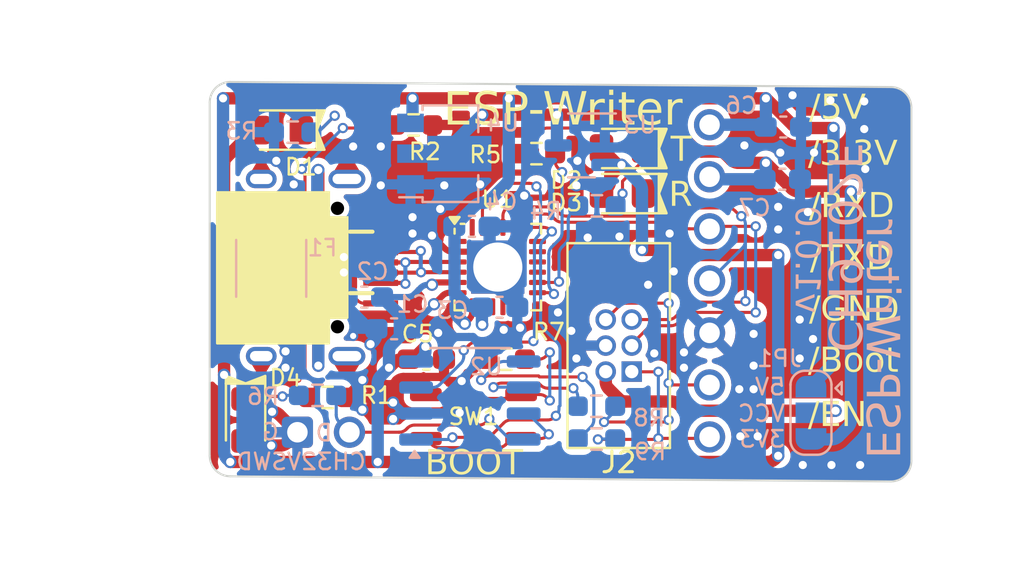
<source format=kicad_pcb>
(kicad_pcb (version 20240108) (generator "pcbnew") (generator_version "8.0")
  (title_block (title "ESP-Write-CH9102F") (rev "1.0.0") (company "Atsushi Morimoto(@74th)"))
  (layers (0 "F.Cu" signal) (31 "B.Cu" signal) (34 "B.Paste" user) (35 "F.Paste" user) (36 "B.SilkS" user "B.Silkscreen") (37 "F.SilkS" user "F.Silkscreen") (38 "B.Mask" user) (39 "F.Mask" user) (44 "Edge.Cuts" user))
  (net 0 "")
  (net 1 "GND")
  (net 2 "VDD")
  (net 3 "+5V")
  (net 4 "+3V3")
  (net 5 "/ESP_EN")
  (net 6 "/USB_RXD")
  (net 7 "/USB_TXD")
  (net 8 "/ESP_BOOT")
  (net 9 "/SWDIO")
  (net 10 "Net-(D1-K)")
  (net 11 "Net-(D2-K)")
  (net 12 "Net-(D3-K)")
  (net 13 "Net-(D4-K)")
  (net 14 "Net-(J1-VBUS)")
  (net 15 "/D+")
  (net 16 "/D-")
  (net 17 "Net-(J1-CC1)")
  (net 18 "Net-(J1-CC2)")
  (net 19 "Net-(U1-TXS{slash}GPIO0)")
  (net 20 "Net-(U1-RXS{slash}GPIO1)")
  (net 21 "Net-(R7-Pad1)")
  (net 22 "Net-(U2-PC4)")
  (net 27 "/RTS")
  (net 29 "/DTR")
  (net 36 "Net-(U2-PC2)")
  (net 37 "Net-(U2-PC1)")
  (net 38 "Net-(J2-VCC)")
  (footprint "74th:Connector_USB-C-Receptacle_SMT_12-Pin_Simple" (layer "F.Cu") (at 52.865 35.56 -90)
    (property "Reference" "J1" (hide yes))
    (property "Value" "USB2.0-C_SMT")
  )
  (footprint "74th:PinOut_Pin_2" (layer "F.Cu") (at 57.07 43.6 180)
    (property "Reference" "CH2" (hide yes))
    (property "Value" "SWD")
  )
  (footprint "74th:Register_0603_1608" (layer "F.Cu") (at 56 41.9)
    (property "Reference" "R1")
    (property "Value" "5.1k" (hide yes))
  )
  (footprint "74th:PinOut_Pin_7" (layer "F.Cu") (at 74.65 28.59 -90)
    (property "Reference" "CH1" (hide yes))
    (property "Value" "Pin_7" (hide yes))
  )
  (footprint "74th:Register_0603_1608" (layer "F.Cu") (at 60.2 28.6)
    (property "Reference" "R2")
    (property "Value" "5.1k" (hide yes))
  )
  (footprint "74th:LED_0805_2012" (layer "F.Cu") (at 53.7 28.85 180)
    (property "Reference" "D1")
    (property "Value" "RED" (hide yes))
  )
  (footprint "74th:LED_0805_2012" (layer "F.Cu") (at 52 43 -90)
    (property "Reference" "D4")
    (property "Value" "YELLOW" (hide yes))
  )
  (footprint "74th:Connector_BoxPinHeader_2x03_P1.27mm" (layer "F.Cu") (at 70.215 39.37 180)
    (property "Reference" "J2")
    (property "Value" "ESP-Prog-ProgramCOM_SEND" (hide yes))
  )
  (footprint "74th:Capacitor_0603_1608" (layer "F.Cu") (at 60.725 40.035)
    (property "Reference" "C5")
    (property "Value" "100n" (hide yes))
  )
  (footprint "74th:Package_QFN-24-1EP_4x4mm_P0.5mm_EP2.6x2.6mm_hand" (layer "F.Cu") (at 64.3125 35.5375)
    (property "Reference" "U1")
    (property "Value" "CH9102F")
  )
  (footprint "74th:Switch_SKRPABE010_Pin-4" (layer "F.Cu") (at 63.125 42.835 180)
    (property "Reference" "SW1")
    (property "Value" "SW_Push" (hide yes))
  )
  (footprint "74th:LED_0805_2012" (layer "F.Cu") (at 70.4 31.95 180)
    (property "Reference" "D3")
    (property "Value" "BLUE" (hide yes))
  )
  (footprint "74th:Register_0603_1608" (layer "F.Cu") (at 64.725 40.035 180)
    (property "Reference" "R7")
    (property "Value" "10k" (hide yes))
  )
  (footprint "74th:Register_0603_1608" (layer "F.Cu") (at 66.2 30)
    (property "Reference" "R5")
    (property "Value" "10k" (hide yes))
  )
  (footprint "74th:LED_0805_2012" (layer "F.Cu") (at 70.4 29.75 180)
    (property "Reference" "D2")
    (property "Value" "BLUE" (hide yes))
  )
  (footprint "74th:Register_0603_1608" (layer "B.Cu") (at 69.13 43.93)
    (property "Reference" "R9")
    (property "Value" "10" (hide yes))
  )
  (footprint "74th:Package_Fuse_1812_4532m" (layer "B.Cu") (at 53.25 35.6 90)
    (property "Reference" "F1")
    (property "Value" "Polyfuse" (hide yes))
  )
  (footprint "74th:Capacitor_0603_1608" (layer "B.Cu") (at 59.35 38.55 180)
    (property "Reference" "C1")
    (property "Value" "100n" (hide yes))
  )
  (footprint "74th:Register_0603_1608" (layer "B.Cu") (at 69.15 32.55 180)
    (property "Reference" "R4")
    (property "Value" "10k" (hide yes))
  )
  (footprint "74th:SolderJumper-3" (layer "B.Cu") (at 79.6 42.65 -90)
    (property "Reference" "JP1")
    (property "Value" "Jumper_3_Open")
  )
  (footprint "74th:Capacitor_0603_1608" (layer "B.Cu") (at 62.95 33.55)
    (property "Reference" "C4")
    (property "Value" "100n" (hide yes))
  )
  (footprint "74th:Capacitor_0603_1608" (layer "B.Cu") (at 64.3 37.5)
    (property "Reference" "C3")
    (property "Value" "100n" (hide yes))
  )
  (footprint "74th:Register_0603_1608" (layer "B.Cu") (at 69.13 42.33)
    (property "Reference" "R8")
    (property "Value" "10" (hide yes))
  )
  (footprint "74th:Capacitor_0603_1608" (layer "B.Cu") (at 78.15 28.7)
    (property "Reference" "C6")
    (property "Value" "10u" (hide yes))
  )
  (footprint "74th:Package_SOIC-8_3.9x4.9mm_P1.27mm" (layer "B.Cu") (at 62.95 42.05)
    (property "Reference" "U2")
    (property "Value" "CH32V003J4M6")
  )
  (footprint "74th:Capacitor_0603_1608" (layer "B.Cu") (at 78.1 31.25)
    (property "Reference" "C7")
    (property "Value" "10u" (hide yes))
  )
  (footprint "74th:Capacitor_0603_1608" (layer "B.Cu") (at 57.9 37 180)
    (property "Reference" "C2")
    (property "Value" "100n" (hide yes))
  )
  (footprint "74th:Package_SOT-23" (layer "B.Cu") (at 68.4 29.6 180)
    (property "Reference" "U3")
    (property "Value" "CH213K")
  )
  (footprint "74th:Register_0603_1608" (layer "B.Cu") (at 54.3 28.95 180)
    (property "Reference" "R3")
    (property "Value" "5.1k" (hide yes))
  )
  (footprint "74th:Register_0603_1608" (layer "B.Cu") (at 55.5125 41.8)
    (property "Reference" "R6")
    (property "Value" "1k" (hide yes))
  )
  (footprint "74th:Package_SOT-89-3" (layer "B.Cu") (at 62 30)
    (property "Reference" "U4")
    (property "Value" "AMS1117")
  )
  (gr_arc (start 84.5 45) (mid 84.207107 45.707107) (end 83.5 46) (stroke (width 0.1)) (layer "Edge.Cuts"))
  (gr_line (start 51.25 26.5) (end 83.5 26.75) (stroke (width 0.1)) (layer "Edge.Cuts"))
  (gr_arc (start 51.25 45.75) (mid 50.542893 45.457107) (end 50.25 44.75) (stroke (width 0.1)) (layer "Edge.Cuts"))
  (gr_line (start 50.25 27.5) (end 50.25 44.75) (stroke (width 0.1)) (layer "Edge.Cuts"))
  (gr_line (start 84.5 45) (end 84.5 27.75) (stroke (width 0.1)) (layer "Edge.Cuts"))
  (gr_arc (start 50.25 27.5) (mid 50.542893 26.792893) (end 51.25 26.5) (stroke (width 0.1)) (layer "Edge.Cuts"))
  (gr_line (start 51.25 45.75) (end 83.5 46) (stroke (width 0.1)) (layer "Edge.Cuts"))
  (gr_arc (start 83.5 26.75) (mid 84.207107 27.042893) (end 84.5 27.75) (stroke (width 0.1)) (layer "Edge.Cuts"))
  (gr_text "CH9102F" (at 80.2 39.7 270) (layer "B.SilkS") (effects (font (size 1.6 1.6) (thickness 0.12)) (justify left bottom mirror)))
  (gr_text "3V3" (at 78.4 44.4 0) (layer "B.SilkS") (effects (font (size 0.8 0.8) (thickness 0.12)) (justify left bottom mirror)))
  (gr_text "VCC" (at 78.4 43.15 0) (layer "B.SilkS") (effects (font (size 0.8 0.8) (thickness 0.12)) (justify left bottom mirror)))
  (gr_text "ESP-Writer" (at 82.05 44.9 270) (layer "B.SilkS") (effects (font (size 1.6 1.6) (thickness 0.12)) (justify left bottom mirror)))
  (gr_text "G" (at 53.7 44.05 0) (layer "B.SilkS") (effects (font (size 0.8 0.8) (thickness 0.12)) (justify left bottom mirror)))
  (gr_text "v${REVISION}" (at 78.65 37.8 270) (layer "B.SilkS") (effects (font (size 1.2 1.2) (thickness 0.12)) (justify left bottom mirror)))
  (gr_text "CH32VSWD" (at 57.95 45.5 0) (layer "B.SilkS") (effects (font (size 0.8 0.8) (thickness 0.12)) (justify left bottom mirror)))
  (gr_text "5V" (at 78.4 41.85 0) (layer "B.SilkS") (effects (font (size 0.8 0.8) (thickness 0.12)) (justify left bottom mirror)))
  (gr_text "D" (at 56.3 44.1 0) (layer "B.SilkS") (effects (font (size 0.8 0.8) (thickness 0.12)) (justify left bottom mirror)))
  (gr_text "/5V" (at 79.5 28.5 0) (layer "F.SilkS") (effects (font (size 1.2 1.2) (thickness 0.12)) (justify left bottom)))
  (gr_text "/GND" (at 79.5 38.35 0) (layer "F.SilkS") (effects (font (size 1.2 1.2) (thickness 0.12)) (justify left bottom)))
  (gr_text "/RXD" (at 79.5 33.3 0) (layer "F.SilkS") (effects (font (size 1.2 1.2) (thickness 0.12)) (justify left bottom)))
  (gr_text "/3.3V" (at 79.45 30.75 0) (layer "F.SilkS") (effects (font (size 1.2 1.2) (thickness 0.12)) (justify left bottom)))
  (gr_text "ESP-Writer" (at 61.65 28.85 0) (layer "F.SilkS") (effects (font (size 1.6 1.6) (thickness 0.12)) (justify left bottom)))
  (gr_text "T" (at 72.75 29.85 0) (layer "F.SilkS") (effects (font (size 1.2 1.2) (thickness 0.12)) (justify left)))
  (gr_text "/EN" (at 79.45 43.5 0) (layer "F.SilkS") (effects (font (size 1.2 1.2) (thickness 0.12)) (justify left bottom)))
  (gr_text "R" (at 72.65 32.05 0) (layer "F.SilkS") (effects (font (size 1.2 1.2) (thickness 0.12)) (justify left)))
  (gr_text "/Boot" (at 79.45 40.85 0) (layer "F.SilkS") (effects (font (size 1.2 1.2) (thickness 0.12)) (justify left bottom)))
  (gr_text "/TXD" (at 79.55 35.85 0) (layer "F.SilkS") (effects (font (size 1.2 1.2) (thickness 0.12)) (justify left bottom)))
  (segment (start 59.2 42.15) (end 59.2 41.407107) (width 0.4) (layer "F.Cu") (net 1))
  (segment (start 62.375 34.7875) (end 63.5625 34.7875) (width 0.3) (layer "F.Cu") (net 1))
  (segment (start 65.6 32.05) (end 65.7 32.15) (width 0.3) (layer "F.Cu") (net 1))
  (segment (start 61.7 40.9) (end 61.753554 40.953554) (width 0.4) (layer "F.Cu") (net 1))
  (segment (start 62.107107 41.1) (end 62.55 41.1) (width 0.4) (layer "F.Cu") (net 1))
  (segment (start 65.7 32.15) (end 66.542893 32.15) (width 0.3) (layer "F.Cu") (net 1))
  (segment (start 56.9125 41.8375) (end 57.7 41.05) (width 0.4) (layer "F.Cu") (net 1))
  (segment (start 57.1 41.9) (end 57.7 42.5) (width 0.4) (layer "F.Cu") (net 1))
  (segment (start 62.375 34.7875) (end 62.094607 34.7875) (width 0.3) (layer "F.Cu") (net 1))
  (segment (start 53.293252 42.600359) (end 53.342103 42.600359) (width 0.6) (layer "F.Cu") (net 1))
  (segment (start 54.53 43.62) (end 54.046446 44.103554) (width 0.6) (layer "F.Cu") (net 1))
  (segment (start 66.9 32) (end 66.9 31.6) (width 0.3) (layer "F.Cu") (net 1))
  (segment (start 53.646446 42.746446) (end 54.5 43.6) (width 0.6) (layer "F.Cu") (net 1))
  (segment (start 61.741053 34.641053) (end 61.1 34) (width 0.3) (layer "F.Cu") (net 1))
  (segment (start 53.692893 44.25) (end 53.25 44.25) (width 0.6) (layer "F.Cu") (net 1))
  (segment (start 59.707107 40.9) (end 61.7 40.9) (width 0.4) (layer "F.Cu") (net 1))
  (segment (start 62.6 41.1) (end 62.55 41.1) (width 0.4) (layer "F.Cu") (net 1))
  (segment (start 62.75 40.95) (end 62.6 41.1) (width 0.4) (layer "F.Cu") (net 1))
  (segment (start 59.346447 41.053553) (end 59.353554 41.046446) (width 0.4) (layer "F.Cu") (net 1))
  (segment (start 63.665 40.035) (end 62.75 40.95) (width 0.4) (layer "F.Cu") (net 1))
  (segment (start 66.896447 32.003553) (end 66.9 32) (width 0.3) (layer "F.Cu") (net 1))
  (segment (start 53.292893 42.6) (end 53.293252 42.600359) (width 0.6) (layer "F.Cu") (net 1))
  (segment (start 54.53 43.6) (end 54.53 43.62) (width 0.6) (layer "F.Cu") (net 1))
  (segment (start 54.5 43.6) (end 54.53 43.6) (width 0.6) (layer "F.Cu") (net 1))
  (via (at 68.2 30.35) (size 0.6) (drill 0.4) (layers "F.Cu" "B.Cu") (net 1))
  (via (at 57.25 38.9) (size 0.5) (drill 0.3) (layers "F.Cu" "B.Cu") (net 1))
  (via (at 61.5 32.7) (size 0.6) (drill 0.4) (layers "F.Cu" "B.Cu") (net 1))
  (via (at 57.25 29.65) (size 0.6) (drill 0.4) (layers "F.Cu" "B.Cu") (net 1))
  (via (at 53.95 39.65) (size 0.6) (drill 0.4) (layers "F.Cu" "B.Cu") (net 1))
  (via (at 79.05 40) (size 0.6) (drill 0.4) (layers "F.Cu" "B.Cu") (net 1))
  (via (at 62.55 41.1) (size 0.6) (drill 0.4) (layers "F.Cu" "B.Cu") (net 1))
  (via (at 65.4 38.5) (size 0.6) (drill 0.4) (layers "F.Cu" "B.Cu") (net 1))
  (via (at 59.2 42.95) (size 0.6) (drill 0.4) (layers "F.Cu" "B.Cu") (net 1))
  (via (at 80.6 45.2) (size 0.6) (drill 0.4) (layers "F.Cu" "B.Cu") (net 1))
  (via (at 76.35 29.6) (size 0.6) (drill 0.4) (layers "F.Cu" "B.Cu") (net 1))
  (via (at 76.1 41.5) (size 0.6) (drill 0.4) (layers "F.Cu" "B.Cu") (net 1))
  (via (at 79.75 29.95) (size 0.6) (drill 0.4) (layers "F.Cu" "B.Cu") (net 1))
  (via (at 53.95 40.45) (size 0.6) (drill 0.4) (layers "F.Cu" "B.Cu") (net 1))
  (via (at 67.9 38.65) (size 0.6) (drill 0.4) (layers "F.Cu" "B.Cu") (net 1))
  (via (at 58.1 39.3) (size 0.6) (drill 0.4) (layers "F.Cu" "B.Cu") (net 1))
  (via (at 82 45.2) (size 0.6) (drill 0.4) (layers "F.Cu" "B.Cu") (net 1))
  (via (at 82.2 28.8) (size 0.6) (drill 0.4) (layers "F.Cu" "B.Cu") (net 1))
  (via (at 53.25 44.25) (size 0.6) (drill 0.4) (layers "F.Cu" "B.Cu") (net 1))
  (via (at 56.8 35.05) (size 0.6) (drill 0.4) (layers "F.Cu" "B.Cu") (net 1))
  (via (at 60.15 33.9) (size 0.6) (drill 0.4) (layers "F.Cu" "B.Cu") (net 1))
  (via (at 71.65 36.4) (size 0.6) (drill 0.4) (layers "F.Cu" "B.Cu") (net 1))
  (via (at 53.5 30.35) (size 0.6) (drill 0.4) (layers "F.Cu" "B.Cu") (net 1))
  (via (at 79.2 45.2) (size 0.6) (drill 0.4) (layers "F.Cu" "B.Cu") (net 1))
  (via (at 68.15 40) (size 0.6) (drill 0.4) (layers "F.Cu" "B.Cu") (net 1))
  (via (at 71.95 39.75) (size 0.6) (drill 0.4) (layers "F.Cu" "B.Cu") (net 1))
  (via (at 72.9 35.75) (size 0.6) (drill 0.4) (layers "F.Cu" "B.Cu") (net 1))
  (via (at 76.8 41.5) (size 0.6) (drill 0.4) (layers "F.Cu" "B.Cu") (net 1))
  (via (at 59.2 42.15) (size 0.6) (drill 0.4) (layers "F.Cu" "B.Cu") (net 1))
  (via (at 72.7 33.9) (size 0.6) (drill 0.4) (layers "F.Cu" "B.Cu") (net 1))
  (via (at 78 33.7) (size 0.6) (drill 0.4) (layers "F.Cu" "B.Cu") (net 1))
  (via (at 78.7 27.15) (size 0.6) (drill 0.4) (layers "F.Cu" "B.Cu") (net 1))
  (via (at 78 32.6) (size 0.6) (drill 0.4) (layers "F.Cu" "B.Cu") (net 1))
  (via (at 79.05 38.1) (size 0.6) (drill 0.4) (layers "F.Cu" "B.Cu") (net 1))
  (via (at 58.6 31.55) (size 0.6) (drill 0.4) (layers "F.Cu" "B.Cu") (net 1))
  (via (at 77 43.8) (size 0.6) (drill 0.4) (layers "F.Cu" "B.Cu") (net 1))
  (via (at 79.7 39.05) (size 0.6) (drill 0.4) (layers "F.Cu" "B.Cu") (net 1))
  (via (at 61.7 31.55) (size 0.6) (drill 0.4) (layers "F.Cu" "B.Cu") (net 1))
  (via (at 53.292893 42.6) (size 0.6) (drill 0.4) (layers "F.Cu" "B.Cu") (net 1))
  (via (at 54.35 31.5) (size 0.6) (drill 0.4) (layers "F.Cu" "B.Cu") (net 1))
  (via (at 65.6 32.05) (size 0.6) (drill 0.4) (layers "F.Cu" "B.Cu") (net 1))
  (via (at 70.25 34.05) (size 0.6) (drill 0.4) (layers "F.Cu" "B.Cu") (net 1))
  (via (at 76.15 43.8) (size 0.6) (drill 0.4) (layers "F.Cu" "B.Cu") (net 1))
  (via (at 57.7 42.5) (size 0.6) (drill 0.4) (layers "F.Cu" "B.Cu") (net 1))
  (via (at 73.4 39.7) (size 0.6) (drill 0.4) (layers "F.Cu" "B.Cu") (net 1))
  (via (at 76.8 38.8) (size 0.6) (drill 0.4) (layers "F.Cu" "B.Cu") (net 1))
  (via (at 58.6 29.65) (size 0.6) (drill 0.4) (layers "F.Cu" "B.Cu") (net 1))
  (via (at 57.7 41.05) (size 0.6) (drill 0.4) (layers "F.Cu" "B.Cu") (net 1))
  (via (at 82.2 27.45) (size 0.6) (drill 0.4) (layers "F.Cu" "B.Cu") (net 1))
  (via (at 67.25 37.75) (size 0.6) (drill 0.4) (layers "F.Cu" "B.Cu") (net 1))
  (via (at 82.25 30.75) (size 0.6) (drill 0.4) (layers "F.Cu" "B.Cu") (net 1))
  (via (at 79.45 32.85) (size 0.6) (drill 0.4) (layers "F.Cu" "B.Cu") (net 1))
  (via (at 61.4 38.75) (size 0.6) (drill 0.4) (layers "F.Cu" "B.Cu") (net 1))
  (via (at 68.7 34.1) (size 0.6) (drill 0.4) (layers "F.Cu" "B.Cu") (net 1))
  (via (at 56.8 35.8) (size 0.6) (drill 0.4) (layers "F.Cu" "B.Cu") (net 1))
  (via (at 76.8 40.35) (size 0.6) (drill 0.4) (layers "F.Cu" "B.Cu") (net 1))
  (via (at 64.6 38.6) (size 0.6) (drill 0.4) (layers "F.Cu" "B.Cu") (net 1))
  (via (at 78.1 29.95) (size 0.6) (drill 0.4) (layers "F.Cu" "B.Cu") (net 1))
  (via (at 73.4 40.45) (size 0.6) (drill 0.4) (layers "F.Cu" "B.Cu") (net 1))
  (via (at 60.15 33.1) (size 0.6) (drill 0.4) (layers "F.Cu" "B.Cu") (net 1))
  (via (at 80.55 27.4) (size 0.6) (drill 0.4) (layers "F.Cu" "B.Cu") (net 1))
  (via (at 62.45 42.65) (size 0.6) (drill 0.4) (layers "F.Cu" "B.Cu") (net 1))
  (via (at 68.15 31.55) (size 0.6) (drill 0.4) (layers "F.Cu" "B.Cu") (net 1))
  (via (at 63.45 31.5) (size 0.6) (drill 0.4) (layers "F.Cu" "B.Cu") (net 1))
  (via (at 61.1 34) (size 0.6) (drill 0.4) (layers "F.Cu" "B.Cu") (net 1))
  (arc (start 66.542893 32.15) (mid 66.734235 32.11194) (end 66.896447 32.003553) (width 0.3) (layer "F.Cu") (net 1))
  (arc (start 62.107107 41.1) (mid 61.915766 41.06194) (end 61.753554 40.953554) (width 0.4) (layer "F.Cu") (net 1))
  (arc (start 54.046446 44.103554) (mid 53.884234 44.21194) (end 53.692893 44.25) (width 0.6) (layer "F.Cu") (net 1))
  (arc (start 59.707107 40.9) (mid 59.515766 40.93806) (end 59.353554 41.046446) (width 0.4) (layer "F.Cu") (net 1))
  (arc (start 59.2 41.407107) (mid 59.23806 41.215765) (end 59.346447 41.053553) (width 0.4) (layer "F.Cu") (net 1))
  (arc (start 53.342103 42.600359) (mid 53.50667 42.648007) (end 53.646446 42.746446) (width 0.6) (layer "F.Cu") (net 1))
  (arc (start 62.094607 34.7875) (mid 61.903265 34.74944) (end 61.741053 34.641053) (width 0.3) (layer "F.Cu") (net 1))
  (segment (start 63.9125 33.55) (end 65.3 33.55) (width 0.6) (layer "B.Cu") (net 1))
  (segment (start 56.9375 37) (end 56.9375 37.280393) (width 0.6) (layer "B.Cu") (net 1))
  (segment (start 64.35 36.5875) (end 65.2625 37.5) (width 0.6) (layer "B.Cu") (net 1))
  (segment (start 62.9 38.95) (end 63.1 38.95) (width 0.4) (layer "B.Cu") (net 1))
  (segment (start 58.3875 38.55) (end 58.3875 38.805393) (width 0.6) (layer "B.Cu") (net 1))
  (segment (start 62.415 42.685) (end 62.45 42.65) (width 0.4) (layer "B.Cu") (net 1))
  (segment (start 62.046447 38.896447) (end 62.1 38.95) (width 0.4) (layer "B.Cu") (net 1))
  (segment (start 62.1 38.95) (end 62.9 38.95) (width 0.4) (layer "B.Cu") (net 1))
  (segment (start 64.196447 39.003553) (end 64.6 38.6) (width 0.4) (layer "B.Cu") (net 1))
  (segment (start 64.3125 35.5375) (end 65.203554 34.646446) (width 0.6) (layer "B.Cu") (net 1))
  (segment (start 65.65 32.1) (end 65.6 32.05) (width 0.3) (layer "B.Cu") (net 1))
  (segment (start 63.507107 39.15) (end 63.842893 39.15) (width 0.4) (layer "B.Cu") (net 1))
  (segment (start 59.318553 42.831447) (end 59.2 42.95) (width 0.4) (layer "B.Cu") (net 1))
  (segment (start 63.9125 33.55) (end 63.9125 34.930393) (width 0.6) (layer "B.Cu") (net 1))
  (segment (start 58.241053 39.158947) (end 58.1 39.3) (width 0.6) (layer "B.Cu") (net 1))
  (segment (start 65.35 34.292893) (end 65.35 33.5) (width 0.6) (layer "B.Cu") (net 1))
  (segment (start 61.3 38.75) (end 61.692893 38.75) (width 0.4) (layer "B.Cu") (net 1))
  (segment (start 60.475 42.685) (end 59.672107 42.685) (width 0.4) (layer "B.Cu") (net 1))
  (segment (start 59.735 42.685) (end 59.2 42.15) (width 0.4) (layer "B.Cu") (net 1))
  (segment (start 64.3125 36.5875) (end 64.35 36.5875) (width 0.6) (layer "B.Cu") (net 1))
  (segment (start 60.475 42.685) (end 62.415 42.685) (width 0.4) (layer "B.Cu") (net 1))
  (segment (start 65.116053 36.341053) (end 64.3125 35.5375) (width 0.6) (layer "B.Cu") (net 1))
  (segment (start 65.2625 37.5) (end 65.2625 36.694607) (width 0.6) (layer "B.Cu") (net 1))
  (segment (start 57.083947 37.633947) (end 57.853554 38.403554) (width 0.6) (layer "B.Cu") (net 1))
  (segment (start 65.35 33.5) (end 65.453554 33.396446) (width 0.6) (layer "B.Cu") (net 1))
  (segment (start 65.2625 36.6875) (end 65.2625 37.5) (width 0.6) (layer "B.Cu") (net 1))
  (segment (start 65.6 33.042893) (end 65.6 32.05) (width 0.6) (layer "B.Cu") (net 1))
  (segment (start 63.1 38.95) (end 63.153554 39.003554) (width 0.4) (layer "B.Cu") (net 1))
  (segment (start 64.058947 35.283947) (end 64.3125 35.5375) (width 0.6) (layer "B.Cu") (net 1))
  (segment (start 58.207107 38.55) (end 58.3875 38.55) (width 0.6) (layer "B.Cu") (net 1))
  (segment (start 65.3 33.55) (end 65.35 33.5) (width 0.6) (layer "B.Cu") (net 1))
  (arc (start 65.35 34.292893) (mid 65.31194 34.484234) (end 65.203554 34.646446) (width 0.6) (layer "B.Cu") (net 1))
  (arc (start 64.058947 35.283947) (mid 63.95056 35.121735) (end 63.9125 34.930393) (width 0.6) (layer "B.Cu") (net 1))
  (arc (start 62.046447 38.896447) (mid 61.884235 38.78806) (end 61.692893 38.75) (width 0.4) (layer "B.Cu") (net 1))
  (arc (start 65.116053 36.341053) (mid 65.22444 36.503265) (end 65.2625 36.694607) (width 0.6) (layer "B.Cu") (net 1))
  (arc (start 64.196447 39.003553) (mid 64.034235 39.11194) (end 63.842893 39.15) (width 0.4) (layer "B.Cu") (net 1))
  (arc (start 65.6 33.042893) (mid 65.56194 33.234234) (end 65.453554 33.396446) (width 0.6) (layer "B.Cu") (net 1))
  (arc (start 59.318553 42.831447) (mid 59.480765 42.72306) (end 59.672107 42.685) (width 0.4) (layer "B.Cu") (net 1))
  (arc (start 63.507107 39.15) (mid 63.315766 39.11194) (end 63.153554 39.003554) (width 0.4) (layer "B.Cu") (net 1))
  (arc (start 58.3875 38.805393) (mid 58.34944 38.996735) (end 58.241053 39.158947) (width 0.6) (layer "B.Cu") (net 1))
  (arc (start 56.9375 37.280393) (mid 56.97556 37.471735) (end 57.083947 37.633947) (width 0.6) (layer "B.Cu") (net 1))
  (arc (start 58.207107 38.55) (mid 58.015766 38.51194) (end 57.853554 38.403554) (width 0.6) (layer "B.Cu") (net 1))
  (segment (start 70.35 30.55) (end 70.175 30.55) (width 0.6) (layer "F.Cu") (net 2))
  (segment (start 52.05 45.05) (end 52.05 44.075) (width 0.6) (layer "F.Cu") (net 2))
  (segment (start 58.45 45.05) (end 77.492893 45.05) (width 0.6) (layer "F.Cu") (net 2))
  (segment (start 62.375 36.7875) (end 61.969607 36.7875) (width 0.3) (layer "F.Cu") (net 2))
  (segment (start 50.95 30.507107) (end 50.95 40.8) (width 0.6) (layer "F.Cu") (net 2))
  (segment (start 69.8 31.317893) (end 69.8 31) (width 0.6) (layer "F.Cu") (net 2))
  (segment (start 69.8 31) (end 69.9 31) (width 0.6) (layer "F.Cu") (net 2))
  (segment (start 61.616053 36.933947) (end 61.2 37.35) (width 0.3) (layer "F.Cu") (net 2))
  (segment (start 70.175 30.55) (end 69.375 29.75) (width 0.6) (layer "F.Cu") (net 2))
  (segment (start 73.907107 34.95) (end 78 34.95) (width 0.6) (layer "F.Cu") (net 2))
  (segment (start 77.846447 44.903553) (end 78 44.75) (width 0.6) (layer "F.Cu") (net 2))
  (segment (start 52.4 28.85) (end 51.096446 30.153554) (width 0.6) (layer "F.Cu") (net 2))
  (segment (start 71.35 34.7) (end 73.45 34.7) (width 0.6) (layer "F.Cu") (net 2))
  (segment (start 60.171146 40.035) (end 60.778073 39.428073) (width 0.6) (layer "F.Cu") (net 2))
  (segment (start 61.2125 36.2875) (end 61.1 36.4) (width 0.3) (layer "F.Cu") (net 2))
  (segment (start 69.9 31) (end 70.35 30.55) (width 0.6) (layer "F.Cu") (net 2))
  (segment (start 59.622107 40.035) (end 59.9625 40.035) (width 0.6) (layer "F.Cu") (net 2))
  (segment (start 62.375 36.2875) (end 61.2125 36.2875) (width 0.3) (layer "F.Cu") (net 2))
  (segment (start 59 40.45) (end 59.268554 40.181446) (width 0.6) (layer "F.Cu") (net 2))
  (segment (start 69.375 31.95) (end 69.653554 31.671446) (width 0.6) (layer "F.Cu") (net 2))
  (segment (start 52.05 45.05) (end 51.25 45.05) (width 0.6) (layer "F.Cu") (net 2))
  (segment (start 58.45 45.05) (end 52.05 45.05) (width 0.6) (layer "F.Cu") (net 2))
  (segment (start 73.45 34.7) (end 73.553554 34.803554) (width 0.6) (layer "F.Cu") (net 2))
  (via (at 78 34.95) (size 0.6) (drill 0.4) (layers "F.Cu" "B.Cu") (net 2))
  (via (at 71.35 34.7) (size 0.6) (drill 0.4) (layers "F.Cu" "B.Cu") (net 2))
  (via (at 70.35 30.55) (size 0.6) (drill 0.4) (layers "F.Cu" "B.Cu") (net 2))
  (via (at 59 40.45) (size 0.6) (drill 0.4) (layers "F.Cu" "B.Cu") (net 2))
  (via (at 58.45 45.05) (size 0.6) (drill 0.4) (layers "F.Cu" "B.Cu") (net 2))
  (via (at 78 44.75) (size 0.6) (drill 0.4) (layers "F.Cu" "B.Cu") (net 2))
  (via (at 61.1 36.4) (size 0.6) (drill 0.4) (layers "F.Cu" "B.Cu") (net 2))
  (via (at 51.25 45.05) (size 0.6) (drill 0.4) (layers "F.Cu" "B.Cu") (net 2))
  (via (at 50.95 40.8) (size 0.6) (drill 0.4) (layers "F.Cu" "B.Cu") (net 2))
  (via (at 60.778073 39.428073) (size 0.6) (drill 0.4) (layers "F.Cu" "B.Cu") (net 2))
  (via (at 61.2 37.35) (size 0.6) (drill 0.4) (layers "F.Cu" "B.Cu") (net 2))
  (arc (start 73.907107 34.95) (mid 73.715766 34.91194) (end 73.553554 34.803554) (width 0.6) (layer "F.Cu") (net 2))
  (arc (start 61.969607 36.7875) (mid 61.778265 36.82556) (end 61.616053 36.933947) (width 0.3) (layer "F.Cu") (net 2))
  (arc (start 50.95 30.507107) (mid 50.98806 30.315766) (end 51.096446 30.153554) (width 0.6) (layer "F.Cu") (net 2))
  (arc (start 59.622107 40.035) (mid 59.430766 40.07306) (end 59.268554 40.181446) (width 0.6) (layer "F.Cu") (net 2))
  (arc (start 77.492893 45.05) (mid 77.684235 45.01194) (end 77.846447 44.903553) (width 0.6) (layer "F.Cu") (net 2))
  (arc (start 69.8 31.317893) (mid 69.76194 31.509234) (end 69.653554 31.671446) (width 0.6) (layer "F.Cu") (net 2))
  (segment (start 60.631626 39.988374) (end 60.475 40.145) (width 0.6) (layer "B.Cu") (net 2))
  (segment (start 58.45 45.05) (end 58.45 41.207107) (width 0.6) (layer "B.Cu") (net 2))
  (segment (start 59 40.45) (end 59 39.660961) (width 0.6) (layer "B.Cu") (net 2))
  (segment (start 59.38048 37.73048) (end 58.6625 37.0125) (width 0.6) (layer "B.Cu") (net 2))
  (segment (start 78 34.95) (end 78 44.75) (width 0.6) (layer "B.Cu") (net 2))
  (segment (start 61.2 37.35) (end 60.1125 38.4375) (width 0.3) (layer "B.Cu") (net 2))
  (segment (start 50.95 40.8) (end 50.95 44.542893) (width 0.6) (layer "B.Cu") (net 2))
  (segment (start 58.596447 40.853553) (end 59 40.45) (width 0.6) (layer "B.Cu") (net 2))
  (segment (start 59.146447 39.307407) (end 59.526927 38.926927) (width 0.6) (layer "B.Cu") (net 2))
  (segment (start 60.553553 36.546447) (end 60.246446 36.853554) (width 0.3) (layer "B.Cu") (net 2))
  (segment (start 69.5375 30.55) (end 70.35 30.55) (width 0.6) (layer "B.Cu") (net 2))
  (segment (start 60.778073 39.428073) (end 60.778073 39.63482) (width 0.6) (layer "B.Cu") (net 2))
  (segment (start 59.526927 38.926927) (end 59.903854 38.55) (width 0.6) (layer "B.Cu") (net 2))
  (segment (start 71.35 31.757107) (end 71.35 34.7) (width 0.6) (layer "B.Cu") (net 2))
  (segment (start 59.892893 37) (end 58.6625 37) (width 0.3) (layer "B.Cu") (net 2))
  (segment (start 59.526927 38.926927) (end 59.526927 38.084034) (width 0.6) (layer "B.Cu") (net 2))
  (segment (start 70.35 30.55) (end 71.203554 31.403554) (width 0.6) (layer "B.Cu") (net 2))
  (segment (start 61.1 36.4) (end 60.907107 36.4) (width 0.3) (layer "B.Cu") (net 2))
  (segment (start 51.096447 44.896447) (end 51.25 45.05) (width 0.6) (layer "B.Cu") (net 2))
  (arc (start 60.631626 39.988374) (mid 60.740013 39.826162) (end 60.778073 39.63482) (width 0.6) (layer "B.Cu") (net 2))
  (arc (start 60.553553 36.546447) (mid 60.715765 36.43806) (end 60.907107 36.4) (width 0.3) (layer "B.Cu") (net 2))
  (arc (start 58.45 41.207107) (mid 58.48806 41.015765) (end 58.596447 40.853553) (width 0.6) (layer "B.Cu") (net 2))
  (arc (start 50.95 44.542893) (mid 50.98806 44.734235) (end 51.096447 44.896447) (width 0.6) (layer "B.Cu") (net 2))
  (arc (start 71.35 31.757107) (mid 71.31194 31.565766) (end 71.203554 31.403554) (width 0.6) (layer "B.Cu") (net 2))
  (arc (start 59 39.660961) (mid 59.03806 39.469619) (end 59.146447 39.307407) (width 0.6) (layer "B.Cu") (net 2))
  (arc (start 59.38048 37.73048) (mid 59.488867 37.892692) (end 59.526927 38.084034) (width 0.6) (layer "B.Cu") (net 2))
  (arc (start 60.246446 36.853554) (mid 60.084234 36.96194) (end 59.892893 37) (width 0.3) (layer "B.Cu") (net 2))
  (segment (start 60.15 27.3) (end 64.85 27.3) (width 0.6) (layer "F.Cu") (net 3))
  (segment (start 63.5625 37.475) (end 63.55 37.4875) (width 0.3) (layer "F.Cu") (net 3))
  (segment (start 64.85 27.3) (end 72.2 27.3) (width 0.6) (layer "F.Cu") (net 3))
  (segment (start 77.4 27.3) (end 72.2 27.3) (width 0.6) (layer "F.Cu") (net 3))
  (segment (start 80.7 28.75) (end 79.057107 28.75) (width 0.6) (layer "F.Cu") (net 3))
  (segment (start 63.55 37.4875) (end 63.55 38.35) (width 0.3) (layer "F.Cu") (net 3))
  (segment (start 78.703553 28.603553) (end 77.4 27.3) (width 0.6) (layer "F.Cu") (net 3))
  (segment (start 62.916053 38.083947) (end 62.7 38.3) (width 0.3) (layer "F.Cu") (net 3))
  (segment (start 50.9 27.3) (end 60.15 27.3) (width 0.6) (layer "F.Cu") (net 3))
  (segment (start 63.0625 37.475) (end 63.0625 37.730393) (width 0.3) (layer "F.Cu") (net 3))
  (via (at 60.15 27.3) (size 0.6) (drill 0.4) (layers "F.Cu" "B.Cu") (net 3))
  (via (at 64.85 27.3) (size 0.6) (drill 0.4) (layers "F.Cu" "B.Cu") (net 3))
  (via (at 77.4 27.3) (size 0.6) (drill 0.4) (layers "F.Cu" "B.Cu") (net 3))
  (via (at 62.7 38.3) (size 0.6) (drill 0.4) (layers "F.Cu" "B.Cu") (net 3))
  (via (at 80.7 28.75) (size 0.6) (drill 0.4) (layers "F.Cu" "B.Cu") (net 3))
  (via (at 50.9 27.3) (size 0.6) (drill 0.4) (layers "F.Cu" "B.Cu") (net 3))
  (via (at 63.55 38.35) (size 0.6) (drill 0.4) (layers "F.Cu" "B.Cu") (net 3))
  (arc (start 79.057107 28.75) (mid 78.865765 28.71194) (end 78.703553 28.603553) (width 0.6) (layer "F.Cu") (net 3))
  (arc (start 62.916053 38.083947) (mid 63.02444 37.921735) (end 63.0625 37.730393) (width 0.3) (layer "F.Cu") (net 3))
  (segment (start 63.5375 37.5) (end 63.5375 38.3375) (width 0.6) (layer "B.Cu") (net 3))
  (segment (start 62.1875 33.55) (end 63.191054 32.546446) (width 0.6) (layer "B.Cu") (net 3))
  (segment (start 64.85 31.142893) (end 64.85 31) (width 0.6) (layer "B.Cu") (net 3))
  (segment (start 62.2 33.5625) (end 62.1875 33.55) (width 0.6) (layer "B.Cu") (net 3))
  (segment (start 62.25 36.85) (end 62.25 37.642893) (width 0.6) (layer "B.Cu") (net 3))
  (segment (start 74.65 28.59) (end 77.2775 28.59) (width 0.6) (layer "B.Cu") (net 3))
  (segment (start 80.553553 40.396447) (end 79.6 41.35) (width 0.6) (layer "B.Cu") (net 3))
  (segment (start 63.5375 37.45) (end 63.057107 37.45) (width 0.6) (layer "B.Cu") (net 3))
  (segment (start 62.2 34.8) (end 62.2 36.8) (width 0.6) (layer "B.Cu") (net 3))
  (segment (start 53.25 33.375) (end 51.482107 33.375) (width 0.6) (layer "B.Cu") (net 3))
  (segment (start 62.703553 37.303553) (end 62.25 36.85) (width 0.6) (layer "B.Cu") (net 3))
  (segment (start 60.15 27.3) (end 60.15 28.4) (width 0.6) (layer "B.Cu") (net 3))
  (segment (start 80.7 28.75) (end 80.7 40.042893) (width 0.6) (layer "B.Cu") (net 3))
  (segment (start 62.2 36.8) (end 62.25 36.85) (width 0.6) (layer "B.Cu") (net 3))
  (segment (start 64.85 27.3) (end 64.85 31) (width 0.6) (layer "B.Cu") (net 3))
  (segment (start 62.396447 37.996447) (end 62.7 38.3) (width 0.6) (layer "B.Cu") (net 3))
  (segment (start 63.5375 38.3375) (end 63.55 38.35) (width 0.6) (layer "B.Cu") (net 3))
  (segment (start 77.4 27.3) (end 77.4 28.6875) (width 0.6) (layer "B.Cu") (net 3))
  (segment (start 63.946447 32.253553) (end 64.703554 31.496446) (width 0.6) (layer "B.Cu") (net 3))
  (segment (start 63.544607 32.4) (end 63.592893 32.4) (width 0.6) (layer "B.Cu") (net 3))
  (segment (start 50.9 32.792893) (end 50.9 27.3) (width 0.6) (layer "B.Cu") (net 3))
  (segment (start 62.2 34.8) (end 62.2 33.5625) (width 0.6) (layer "B.Cu") (net 3))
  (segment (start 51.128553 33.228553) (end 51.046446 33.146446) (width 0.6) (layer "B.Cu") (net 3))
  (arc (start 63.057107 37.45) (mid 62.865765 37.41194) (end 62.703553 37.303553) (width 0.6) (layer "B.Cu") (net 3))
  (arc (start 62.25 37.642893) (mid 62.28806 37.834235) (end 62.396447 37.996447) (width 0.6) (layer "B.Cu") (net 3))
  (arc (start 63.191054 32.546446) (mid 63.353266 32.43806) (end 63.544607 32.4) (width 0.6) (layer "B.Cu") (net 3))
  (arc (start 51.482107 33.375) (mid 51.290765 33.33694) (end 51.128553 33.228553) (width 0.6) (layer "B.Cu") (net 3))
  (arc (start 64.703554 31.496446) (mid 64.81194 31.334234) (end 64.85 31.142893) (width 0.6) (layer "B.Cu") (net 3))
  (arc (start 50.9 32.792893) (mid 50.93806 32.984234) (end 51.046446 33.146446) (width 0.6) (layer "B.Cu") (net 3))
  (arc (start 63.946447 32.253553) (mid 63.784235 32.36194) (end 63.592893 32.4) (width 0.6) (layer "B.Cu") (net 3))
  (arc (start 80.553553 40.396447) (mid 80.66194 40.234235) (end 80.7 40.042893) (width 0.6) (layer "B.Cu") (net 3))
  (segment (start 72.042893 28.1) (end 67.2 28.1) (width 0.6) (layer "F.Cu") (net 4))
  (segment (start 75.703553 30.303553) (end 75.446446 30.046446) (width 0.6) (layer "F.Cu") (net 4))
  (segment (start 81.55 31.85) (end 79.007107 31.85) (width 0.6) (layer "F.Cu") (net 4))
  (segment (start 75.092893 29.9) (end 74.257107 29.9) (width 0.6) (layer "F.Cu") (net 4))
  (segment (start 78.653553 31.703553) (end 77.4 30.45) (width 0.6) (layer "F.Cu") (net 4))
  (segment (start 77.4 30.45) (end 76.057107 30.45) (width 0.6) (layer "F.Cu") (net 4))
  (segment (start 73.903553 29.753553) (end 72.396446 28.246446) (width 0.6) (layer "F.Cu") (net 4))
  (segment (start 63.55 28.1) (end 67.2 28.1) (width 0.6) (layer "F.Cu") (net 4))
  (via (at 81.55 31.85) (size 0.6) (drill 0.4) (layers "F.Cu" "B.Cu") (net 4))
  (via (at 67.2 28.1) (size 0.6) (drill 0.4) (layers "F.Cu" "B.Cu") (net 4))
  (via (at 77.4 30.45) (size 0.6) (drill 0.4) (layers "F.Cu" "B.Cu") (net 4))
  (via (at 63.55 28.1) (size 0.6) (drill 0.4) (layers "F.Cu" "B.Cu") (net 4))
  (arc (start 75.703553 30.303553) (mid 75.865765 30.41194) (end 76.057107 30.45) (width 0.6) (layer "F.Cu") (net 4))
  (arc (start 79.007107 31.85) (mid 78.815765 31.81194) (end 78.653553 31.703553) (width 0.6) (layer "F.Cu") (net 4))
  (arc (start 72.042893 28.1) (mid 72.234234 28.13806) (end 72.396446 28.246446) (width 0.6) (layer "F.Cu") (net 4))
  (arc (start 74.257107 29.9) (mid 74.065765 29.86194) (end 73.903553 29.753553) (width 0.6) (layer "F.Cu") (net 4))
  (arc (start 75.446446 30.046446) (mid 75.284234 29.93806) (end 75.092893 29.9) (width 0.6) (layer "F.Cu") (net 4))
  (segment (start 67.2 28.1) (end 67.2 29.5375) (width 0.6) (layer "B.Cu") (net 4))
  (segment (start 61.65 30) (end 63.55 28.1) (width 0.6) (layer "B.Cu") (net 4))
  (segment (start 81.403553 43.346447) (end 80.946446 43.803554) (width 0.6) (layer "B.Cu") (net 4))
  (segment (start 67.2 29.5375) (end 67.2625 29.6) (width 0.6) (layer "B.Cu") (net 4))
  (segment (start 77.4 30.45) (end 77.4 31.1875) (width 0.6) (layer "B.Cu") (net 4))
  (segment (start 77.3375 31.25) (end 74.77 31.25) (width 0.6) (layer "B.Cu") (net 4))
  (segment (start 80.592893 43.95) (end 79.6 43.95) (width 0.6) (layer "B.Cu") (net 4))
  (segment (start 81.55 31.85) (end 81.55 42.992893) (width 0.6) (layer "B.Cu") (net 4))
  (arc (start 80.946446 43.803554) (mid 80.784234 43.91194) (end 80.592893 43.95) (width 0.6) (layer "B.Cu") (net 4))
  (arc (start 81.403553 43.346447) (mid 81.51194 43.184235) (end 81.55 42.992893) (width 0.6) (layer "B.Cu") (net 4))
  (segment (start 72.1 43.95) (end 72.15 43.9) (width 0.15) (layer "F.Cu") (net 5))
  (segment (start 72.15 40.65) (end 70.86 40.65) (width 0.15) (layer "F.Cu") (net 5))
  (segment (start 69.2 43.95) (end 72.1 43.95) (width 0.15) (layer "F.Cu") (net 5))
  (segment (start 72.15 43.9) (end 74.58 43.9) (width 0.15) (layer "F.Cu") (net 5))
  (via (at 72.15 43.9) (size 0.5) (drill 0.3) (layers "F.Cu" "B.Cu") (net 5))
  (via (at 69.2 43.95) (size 0.5) (drill 0.3) (layers "F.Cu" "B.Cu") (net 5))
  (via (at 72.15 40.65) (size 0.5) (drill 0.3) (layers "F.Cu" "B.Cu") (net 5))
  (segment (start 69.22 43.93) (end 69.2 43.95) (width 0.15) (layer "B.Cu") (net 5))
  (segment (start 70.0425 43.93) (end 69.22 43.93) (width 0.15) (layer "B.Cu") (net 5))
  (segment (start 72.15 43.9) (end 72.15 40.65) (width 0.15) (layer "B.Cu") (net 5))
  (segment (start 71.603553 38.546447) (end 70.85 39.3) (width 0.15) (layer "F.Cu") (net 6))
  (segment (start 66.642893 32.95) (end 65.457107 32.95) (width 0.15) (layer "F.Cu") (net 6))
  (segment (start 76.9 33.55) (end 74.77 33.55) (width 0.15) (layer "F.Cu") (net 6))
  (segment (start 73.323553 33.523553) (end 73.296446 33.496446) (width 0.15) (layer "F.Cu") (net 6))
  (segment (start 65.103553 33.096447) (end 65.0625 33.1375) (width 0.15) (layer "F.Cu") (net 6))
  (segment (start 65.0625 33.1375) (end 65.0625 33.6) (width 0.15) (layer "F.Cu") (net 6))
  (segment (start 72.767157 38.4) (end 71.957107 38.4) (width 0.15) (layer "F.Cu") (net 6))
  (segment (start 74.65 33.67) (end 73.677107 33.67) (width 0.15) (layer "F.Cu") (net 6))
  (segment (start 67.103553 33.203553) (end 66.996446 33.096446) (width 0.15) (layer "F.Cu") (net 6))
  (segment (start 76.9 37.75) (end 73.831371 37.75) (width 0.15) (layer "F.Cu") (net 6))
  (segment (start 73.477817 37.896447) (end 73.12071 38.253554) (width 0.15) (layer "F.Cu") (net 6))
  (segment (start 72.942893 33.35) (end 67.457107 33.35) (width 0.15) (layer "F.Cu") (net 6))
  (via (at 76.9 37.75) (size 0.5) (drill 0.3) (layers "F.Cu" "B.Cu") (net 6))
  (via (at 76.9 33.55) (size 0.5) (drill 0.3) (layers "F.Cu" "B.Cu") (net 6))
  (arc (start 66.642893 32.95) (mid 66.834234 32.98806) (end 66.996446 33.096446) (width 0.15) (layer "F.Cu") (net 6))
  (arc (start 73.831371 37.75) (mid 73.640029 37.78806) (end 73.477817 37.896447) (width 0.15) (layer "F.Cu") (net 6))
  (arc (start 72.767157 38.4) (mid 72.958498 38.36194) (end 73.12071 38.253554) (width 0.15) (layer "F.Cu") (net 6))
  (arc (start 73.296446 33.496446) (mid 73.134234 33.38806) (end 72.942893 33.35) (width 0.15) (layer "F.Cu") (net 6))
  (arc (start 73.323553 33.523553) (mid 73.485765 33.63194) (end 73.677107 33.67) (width 0.15) (layer "F.Cu") (net 6))
  (arc (start 71.603553 38.546447) (mid 71.765765 38.43806) (end 71.957107 38.4) (width 0.15) (layer "F.Cu") (net 6))
  (arc (start 65.457107 32.95) (mid 65.265765 32.98806) (end 65.103553 33.096447) (width 0.15) (layer "F.Cu") (net 6))
  (arc (start 67.103553 33.203553) (mid 67.265765 33.31194) (end 67.457107 33.35) (width 0.15) (layer "F.Cu") (net 6))
  (segment (start 76.9 37.75) (end 76.9 33.55) (width 0.15) (layer "B.Cu") (net 6))
  (segment (start 73.303553 32.796447) (end 73.196446 32.903554) (width 0.15) (layer "F.Cu") (net 7))
  (segment (start 64.5625 33.044607) (end 64.5625 33.6) (width 0.15) (layer "F.Cu") (net 7))
  (segment (start 76.15 33.05) (end 75.896446 32.796446) (width 0.15) (layer "F.Cu") (net 7))
  (segment (start 73.553553 37.396447) (end 72.996446 37.953554) (width 0.15) (layer "F.Cu") (net 7))
  (segment (start 76.2 33.05) (end 76.15 33.05) (width 0.15) (layer "F.Cu") (net 7))
  (segment (start 67.303553 32.903553) (end 67.146446 32.746446) (width 0.15) (layer "F.Cu") (net 7))
  (segment (start 72.642893 38.1) (end 70.85 38.1) (width 0.15) (layer "F.Cu") (net 7))
  (segment (start 75.542893 32.65) (end 73.657107 32.65) (width 0.15) (layer "F.Cu") (net 7))
  (segment (start 66.792893 32.6) (end 64.8 32.6) (width 0.15) (layer "F.Cu") (net 7))
  (segment (start 76.35 37.25) (end 73.907107 37.25) (width 0.15) (layer "F.Cu") (net 7))
  (segment (start 72.842893 33.05) (end 67.657107 33.05) (width 0.15) (layer "F.Cu") (net 7))
  (segment (start 64.8 32.6) (end 64.708946 32.691054) (width 0.15) (layer "F.Cu") (net 7))
  (segment (start 76.4 37.2) (end 76.35 37.25) (width 0.15) (layer "F.Cu") (net 7))
  (via (at 76.2 33.05) (size 0.5) (drill 0.3) (layers "F.Cu" "B.Cu") (net 7))
  (via (at 76.4 37.2) (size 0.5) (drill 0.3) (layers "F.Cu" "B.Cu") (net 7))
  (arc (start 67.303553 32.903553) (mid 67.465765 33.01194) (end 67.657107 33.05) (width 0.15) (layer "F.Cu") (net 7))
  (arc (start 73.196446 32.903554) (mid 73.034234 33.01194) (end 72.842893 33.05) (width 0.15) (layer "F.Cu") (net 7))
  (arc (start 64.5625 33.044607) (mid 64.60056 32.853266) (end 64.708946 32.691054) (width 0.15) (layer "F.Cu") (net 7))
  (arc (start 73.553553 37.396447) (mid 73.715765 37.28806) (end 73.907107 37.25) (width 0.15) (layer "F.Cu") (net 7))
  (arc (start 72.996446 37.953554) (mid 72.834234 38.06194) (end 72.642893 38.1) (width 0.15) (layer "F.Cu") (net 7))
  (arc (start 67.146446 32.746446) (mid 66.984234 32.63806) (end 66.792893 32.6) (width 0.15) (layer "F.Cu") (net 7))
  (arc (start 73.303553 32.796447) (mid 73.465765 32.68806) (end 73.657107 32.65) (width 0.15) (layer "F.Cu") (net 7))
  (arc (start 75.896446 32.796446) (mid 75.734234 32.68806) (end 75.542893 32.65) (width 0.15) (layer "F.Cu") (net 7))
  (segment (start 76.253553 33.103553) (end 76.2 33.05) (width 0.15) (layer "B.Cu") (net 7))
  (segment (start 76.253553 34.606447) (end 74.65 36.21) (width 0.15) (layer "B.Cu") (net 7))
  (segment (start 76.4 34.2) (end 76.4 34.252893) (width 0.15) (layer "B.Cu") (net 7))
  (segment (start 76.4 34.2) (end 76.4 33.457107) (width 0.15) (layer "B.Cu") (net 7))
  (segment (start 76.4 34.2) (end 76.4 37.2) (width 0.15) (layer "B.Cu") (net 7))
  (arc (start 76.253553 34.606447) (mid 76.36194 34.444235) (end 76.4 34.252893) (width 0.15) (layer "B.Cu") (net 7))
  (arc (start 76.253553 33.103553) (mid 76.36194 33.265765) (end 76.4 33.457107) (width 0.15) (layer "B.Cu") (net 7))
  (segment (start 72.65 41.2) (end 72.74 41.29) (width 0.15) (layer "F.Cu") (net 8))
  (segment (start 72.55 43.1) (end 72.65 43) (width 0.15) (layer "F.Cu") (net 8))
  (segment (start 72.74 41.29) (end 74.65 41.29) (width 0.15) (layer "F.Cu") (net 8))
  (segment (start 72.65 37.3) (end 70.587107 37.3) (width 0.15) (layer "F.Cu") (net 8))
  (segment (start 69.5 43.1) (end 72.55 43.1) (width 0.15) (layer "F.Cu") (net 8))
  (segment (start 70.233553 37.446447) (end 69.58 38.1) (width 0.15) (layer "F.Cu") (net 8))
  (via (at 72.65 41.2) (size 0.5) (drill 0.3) (layers "F.Cu" "B.Cu") (net 8))
  (via (at 69.5 43.1) (size 0.5) (drill 0.3) (layers "F.Cu" "B.Cu") (net 8))
  (via (at 72.65 37.3) (size 0.5) (drill 0.3) (layers "F.Cu" "B.Cu") (net 8))
  (via (at 72.65 43) (size 0.5) (drill 0.3) (layers "F.Cu" "B.Cu") (net 8))
  (arc (start 70.587107 37.3) (mid 70.395765 37.33806) (end 70.233553 37.446447) (width 0.15) (layer "F.Cu") (net 8))
  (segment (start 72.65 43) (end 72.65 37.3) (width 0.15) (layer "B.Cu") (net 8))
  (segment (start 70.0425 42.5575) (end 69.5 43.1) (width 0.15) (layer "B.Cu") (net 8))
  (segment (start 63.392893 43.25) (end 60.257107 43.25) (width 0.15) (layer "F.Cu") (net 9))
  (segment (start 59.492893 43.6) (end 57.07 43.6) (width 0.15) (layer "F.Cu") (net 9))
  (segment (start 59.903553 43.396447) (end 59.846446 43.453554) (width 0.15) (layer "F.Cu") (net 9))
  (segment (start 63.9 42.95) (end 63.746446 43.103554) (width 0.15) (layer "F.Cu") (net 9))
  (via (at 63.9 42.95) (size 0.5) (drill 0.3) (layers "F.Cu" "B.Cu") (net 9))
  (arc (start 60.257107 43.25) (mid 60.065765 43.28806) (end 59.903553 43.396447) (width 0.15) (layer "F.Cu") (net 9))
  (arc (start 63.392893 43.25) (mid 63.584234 43.21194) (end 63.746446 43.103554) (width 0.15) (layer "F.Cu") (net 9))
  (arc (start 59.492893 43.6) (mid 59.684234 43.56194) (end 59.846446 43.453554) (width 0.15) (layer "F.Cu") (net 9))
  (segment (start 56.571447 43.101447) (end 57.07 43.6) (width 0.15) (layer "B.Cu") (net 9))
  (segment (start 56.425 41.8) (end 56.425 42.747893) (width 0.15) (layer "B.Cu") (net 9))
  (segment (start 64.905 43.955) (end 63.9 42.95) (width 0.15) (layer "B.Cu") (net 9))
  (arc (start 56.571447 43.101447) (mid 56.46306 42.939235) (end 56.425 42.747893) (width 0.15) (layer "B.Cu") (net 9))
  (segment (start 54.725 28.85) (end 55.442893 28.85) (width 0.15) (layer "F.Cu") (net 10))
  (segment (start 55.796447 28.703553) (end 56.35 28.15) (width 0.15) (layer "F.Cu") (net 10))
  (via (at 56.35 28.15) (size 0.5) (drill 0.3) (layers "F.Cu" "B.Cu") (net 10))
  (arc (start 55.442893 28.85) (mid 55.634235 28.81194) (end 55.796447 28.703553) (width 0.15) (layer "F.Cu") (net 10))
  (segment (start 56.35 28.15) (end 55.55 28.95) (width 0.15) (layer "B.Cu") (net 10))
  (segment (start 71.425 30.325) (end 70.45 31.3) (width 0.15) (layer "F.Cu") (net 11))
  (segment (start 70.45 31.3) (end 70.4 31.35) (width 0.15) (layer "F.Cu") (net 11))
  (segment (start 70.4 31.35) (end 70.4 31.95) (width 0.15) (layer "F.Cu") (net 11))
  (via (at 70.4 31.95) (size 0.5) (drill 0.3) (layers "F.Cu" "B.Cu") (net 11))
  (segment (start 70.4 31.95) (end 70.4 32.2125) (width 0.15) (layer "B.Cu") (net 11))
  (segment (start 72.096447 28.896447) (end 72.103554 28.903554) (width 0.15) (layer "F.Cu") (net 12))
  (segment (start 71.792893 31.95) (end 71.425 31.95) (width 0.15) (layer "F.Cu") (net 12))
  (segment (start 66.744607 28.75) (end 71.742893 28.75) (width 0.15) (layer "F.Cu") (net 12))
  (segment (start 72.25 29.257107) (end 72.25 31.7) (width 0.15) (layer "F.Cu") (net 12))
  (segment (start 65.2875 30) (end 66.391054 28.896446) (width 0.15) (layer "F.Cu") (net 12))
  (segment (start 72.25 31.7) (end 72.146446 31.803554) (width 0.15) (layer "F.Cu") (net 12))
  (arc (start 72.096447 28.896447) (mid 71.934235 28.78806) (end 71.742893 28.75) (width 0.15) (layer "F.Cu") (net 12))
  (arc (start 72.103554 28.903554) (mid 72.21194 29.065766) (end 72.25 29.257107) (width 0.15) (layer "F.Cu") (net 12))
  (arc (start 66.744607 28.75) (mid 66.553266 28.78806) (end 66.391054 28.896446) (width 0.15) (layer "F.Cu") (net 12))
  (arc (start 71.792893 31.95) (mid 71.984234 31.91194) (end 72.146446 31.803554) (width 0.15) (layer "F.Cu") (net 12))
  (segment (start 53.8 41.85) (end 52.125 41.85) (width 0.15) (layer "F.Cu") (net 13))
  (via (at 53.8 41.85) (size 0.5) (drill 0.3) (layers "F.Cu" "B.Cu") (net 13))
  (segment (start 54.6 41.8) (end 53.85 41.8) (width 0.15) (layer "B.Cu") (net 13))
  (segment (start 53.85 41.8) (end 53.8 41.85) (width 0.15) (layer "B.Cu") (net 13))
  (segment (start 57.096447 37.696447) (end 57.213554 37.813554) (width 0.6) (layer "F.Cu") (net 14))
  (segment (start 55.696447 33.546447) (end 55.8 33.65) (width 0.6) (layer "F.Cu") (net 14))
  (segment (start 56.107107 37.55) (end 56.742893 37.55) (width 0.6) (layer "F.Cu") (net 14))
  (segment (start 55.696447 37.753553) (end 55.753554 37.696446) (width 0.6) (layer "F.Cu") (net 14))
  (segment (start 55.55 30.8) (end 55.55 33.192893) (width 0.6) (layer "F.Cu") (net 14))
  (segment (start 56.946447 33.503553) (end 57.143554 33.306446) (width 0.6) (layer "F.Cu") (net 14))
  (segment (start 57.497107 33.16) (end 58.595 33.16) (width 0.6) (layer "F.Cu") (net 14))
  (segment (start 57.567107 37.96) (end 58.595 37.96) (width 0.6) (layer "F.Cu") (net 14))
  (segment (start 55.8 33.65) (end 56.592893 33.65) (width 0.6) (layer "F.Cu") (net 14))
  (segment (start 55.55 40.35) (end 55.55 38.107107) (width 0.6) (layer "F.Cu") (net 14))
  (via (at 55.55 40.35) (size 0.6) (drill 0.4) (layers "F.Cu" "B.Cu") (net 14))
  (via (at 55.55 30.8) (size 0.6) (drill 0.4) (layers "F.Cu" "B.Cu") (net 14))
  (arc (start 57.213554 37.813554) (mid 57.375766 37.92194) (end 57.567107 37.96) (width 0.6) (layer "F.Cu") (net 14))
  (arc (start 57.096447 37.696447) (mid 56.934235 37.58806) (end 56.742893 37.55) (width 0.6) (layer "F.Cu") (net 14))
  (arc (start 55.696447 37.753553) (mid 55.58806 37.915765) (end 55.55 38.107107) (width 0.6) (layer "F.Cu") (net 14))
  (arc (start 56.107107 37.55) (mid 55.915766 37.58806) (end 55.753554 37.696446) (width 0.6) (layer "F.Cu") (net 14))
  (arc (start 56.946447 33.503553) (mid 56.784235 33.61194) (end 56.592893 33.65) (width 0.6) (layer "F.Cu") (net 14))
  (arc (start 55.696447 33.546447) (mid 55.58806 33.384235) (end 55.55 33.192893) (width 0.6) (layer "F.Cu") (net 14))
  (arc (start 57.143554 33.306446) (mid 57.305766 33.19806) (end 57.497107 33.16) (width 0.6) (layer "F.Cu") (net 14))
  (segment (start 55.5 30.85) (end 55.5 36.992893) (width 0.6) (layer "B.Cu") (net 14))
  (segment (start 55.55 40.35) (end 55.55 38.607107) (width 0.6) (layer "B.Cu") (net 14))
  (segment (start 54.667893 37.825) (end 53.25 37.825) (width 0.6) (layer "B.Cu") (net 14))
  (segment (start 55.403553 38.253553) (end 55.121446 37.971446) (width 0.6) (layer "B.Cu") (net 14))
  (segment (start 55.55 30.8) (end 55.5 30.85) (width 0.6) (layer "B.Cu") (net 14))
  (segment (start 54.767893 37.825) (end 53.25 37.825) (width 0.6) (layer "B.Cu") (net 14))
  (segment (start 55.353553 37.346447) (end 55.021446 37.678554) (width 0.6) (layer "B.Cu") (net 14))
  (arc (start 55.5 36.992893) (mid 55.46194 37.184235) (end 55.353553 37.346447) (width 0.6) (layer "B.Cu") (net 14))
  (arc (start 54.667893 37.825) (mid 54.859234 37.78694) (end 55.021446 37.678554) (width 0.6) (layer "B.Cu") (net 14))
  (arc (start 55.55 38.607107) (mid 55.51194 38.415765) (end 55.403553 38.253553) (width 0.6) (layer "B.Cu") (net 14))
  (arc (start 55.121446 37.971446) (mid 54.959234 37.86306) (end 54.767893 37.825) (width 0.6) (layer "B.Cu") (net 14))
  (segment (start 58.595 36.31) (end 59.76 36.31) (width 0.2) (layer "F.Cu") (net 15))
  (segment (start 58.595 35.31) (end 59.8 35.31) (width 0.2) (layer "F.Cu") (net 15))
  (segment (start 62.375 35.2875) (end 59.8225 35.2875) (width 0.2) (layer "F.Cu") (net 15))
  (segment (start 59.76 36.31) (end 59.8 36.35) (width 0.2) (layer "F.Cu") (net 15))
  (segment (start 59.8225 35.2875) (end 59.8 35.31) (width 0.2) (layer "F.Cu") (net 15))
  (via (at 59.8 36.35) (size 0.5) (drill 0.3) (layers "F.Cu" "B.Cu") (net 15))
  (via (at 59.8 35.31) (size 0.5) (drill 0.3) (layers "F.Cu" "B.Cu") (net 15))
  (segment (start 59.8 36.35) (end 59.8 35.31) (width 0.2) (layer "B.Cu") (net 15))
  (segment (start 60.5625 35.7875) (end 60.54 35.81) (width 0.2) (layer "F.Cu") (net 16))
  (segment (start 60.5 34.8) (end 58.605 34.8) (width 0.2) (layer "F.Cu") (net 16))
  (segment (start 60.54 35.81) (end 58.595 35.81) (width 0.2) (layer "F.Cu") (net 16))
  (segment (start 60.55 34.75) (end 60.5 34.8) (width 0.2) (layer "F.Cu") (net 16))
  (segment (start 60.5625 35.7875) (end 62.375 35.7875) (width 0.2) (layer "F.Cu") (net 16))
  (via (at 60.55 34.75) (size 0.5) (drill 0.3) (layers "F.Cu" "B.Cu") (net 16))
  (via (at 60.5625 35.7875) (size 0.5) (drill 0.3) (layers "F.Cu" "B.Cu") (net 16))
  (segment (start 60.5625 35.7875) (end 60.55 35.775) (width 0.2) (layer "B.Cu") (net 16))
  (segment (start 60.55 35.775) (end 60.55 34.75) (width 0.2) (layer "B.Cu") (net 16))
  (segment (start 55.867107 34.31) (end 58.595 34.31) (width 0.15) (layer "F.Cu") (net 17))
  (segment (start 56.75 28.75) (end 59.1375 28.75) (width 0.15) (layer "F.Cu") (net 17))
  (segment (start 55.046447 33.696447) (end 55.513554 34.163554) (width 0.15) (layer "F.Cu") (net 17))
  (segment (start 54.75 30.75) (end 54.753554 30.753554) (width 0.15) (layer "F.Cu") (net 17))
  (segment (start 54.9 31.107107) (end 54.9 33.342893) (width 0.15) (layer "F.Cu") (net 17))
  (via (at 54.75 30.75) (size 0.5) (drill 0.3) (layers "F.Cu" "B.Cu") (net 17))
  (via (at 56.75 28.75) (size 0.5) (drill 0.3) (layers "F.Cu" "B.Cu") (net 17))
  (arc (start 55.867107 34.31) (mid 55.675766 34.27194) (end 55.513554 34.163554) (width 0.15) (layer "F.Cu") (net 17))
  (arc (start 55.046447 33.696447) (mid 54.93806 33.534235) (end 54.9 33.342893) (width 0.15) (layer "F.Cu") (net 17))
  (arc (start 54.753554 30.753554) (mid 54.86194 30.915766) (end 54.9 31.107107) (width 0.15) (layer "F.Cu") (net 17))
  (segment (start 54.75 30.75) (end 56.75 28.75) (width 0.15) (layer "B.Cu") (net 17))
  (segment (start 55.553553 37.146447) (end 55.046446 37.653554) (width 0.15) (layer "F.Cu") (net 18))
  (segment (start 57.463553 37.163553) (end 57.446446 37.146446) (width 0.15) (layer "F.Cu") (net 18))
  (segment (start 55.4 41.357107) (end 55.4 41.5875) (width 0.15) (layer "F.Cu") (net 18))
  (segment (start 55.046447 40.796447) (end 55.253554 41.003554) (width 0.15) (layer "F.Cu") (net 18))
  (segment (start 57.092893 37) (end 55.907107 37) (width 0.15) (layer "F.Cu") (net 18))
  (segment (start 54.9 38.007107) (end 54.9 40.442893) (width 0.15) (layer "F.Cu") (net 18))
  (segment (start 58.595 37.31) (end 57.817107 37.31) (width 0.15) (layer "F.Cu") (net 18))
  (arc (start 55.046447 40.796447) (mid 54.93806 40.634235) (end 54.9 40.442893) (width 0.15) (layer "F.Cu") (net 18))
  (arc (start 57.446446 37.146446) (mid 57.284234 37.03806) (end 57.092893 37) (width 0.15) (layer "F.Cu") (net 18))
  (arc (start 55.553553 37.146447) (mid 55.715765 37.03806) (end 55.907107 37) (width 0.15) (layer "F.Cu") (net 18))
  (arc (start 57.463553 37.163553) (mid 57.625765 37.27194) (end 57.817107 37.31) (width 0.15) (layer "F.Cu") (net 18))
  (arc (start 55.046446 37.653554) (mid 54.93806 37.815766) (end 54.9 38.007107) (width 0.15) (layer "F.Cu") (net 18))
  (arc (start 55.4 41.357107) (mid 55.36194 41.165766) (end 55.253554 41.003554) (width 0.15) (layer "F.Cu") (net 18))
  (segment (start 67.3 36.25) (end 67.2625 36.2875) (width 0.15) (layer "F.Cu") (net 19))
  (segment (start 67.2625 36.2875) (end 66.25 36.2875) (width 0.15) (layer "F.Cu") (net 19))
  (via (at 67.3 36.25) (size 0.5) (drill 0.3) (layers "F.Cu" "B.Cu") (net 19))
  (segment (start 67.896447 32.891053) (end 68.2375 32.55) (width 0.15) (layer "B.Cu") (net 19))
  (segment (start 67.446447 34.553553) (end 67.603554 34.396446) (width 0.15) (layer "B.Cu") (net 19))
  (segment (start 67.75 34.042893) (end 67.75 33.244607) (width 0.15) (layer "B.Cu") (net 19))
  (segment (start 67.3 36.25) (end 67.3 34.907107) (width 0.15) (layer "B.Cu") (net 19))
  (arc (start 67.896447 32.891053) (mid 67.78806 33.053265) (end 67.75 33.244607) (width 0.15) (layer "B.Cu") (net 19))
  (arc (start 67.446447 34.553553) (mid 67.33806 34.715765) (end 67.3 34.907107) (width 0.15) (layer "B.Cu") (net 19))
  (arc (start 67.603554 34.396446) (mid 67.71194 34.234234) (end 67.75 34.042893) (width 0.15) (layer "B.Cu") (net 19))
  (segment (start 66.25 36.7875) (end 66.9875 36.7875) (width 0.15) (layer "F.Cu") (net 20))
  (segment (start 67.45 30.9) (end 67.258946 30.708946) (width 0.15) (layer "F.Cu") (net 20))
  (segment (start 67.1125 30.355393) (end 67.1125 30) (width 0.15) (layer "F.Cu") (net 20))
  (segment (start 66.9875 36.7875) (end 67.05 36.85) (width 0.15) (layer "F.Cu") (net 20))
  (via (at 67.45 30.9) (size 0.5) (drill 0.3) (layers "F.Cu" "B.Cu") (net 20))
  (via (at 67.05 36.85) (size 0.5) (drill 0.3) (layers "F.Cu" "B.Cu") (net 20))
  (arc (start 67.258946 30.708946) (mid 67.15056 30.546734) (end 67.1125 30.355393) (width 0.15) (layer "F.Cu") (net 20))
  (segment (start 66.8 36.342893) (end 66.8 34.907107) (width 0.15) (layer "B.Cu") (net 20))
  (segment (start 67.05 36.8) (end 66.946446 36.696446) (width 0.15) (layer "B.Cu") (net 20))
  (segment (start 67.05 36.85) (end 67.05 36.8) (width 0.15) (layer "B.Cu") (net 20))
  (segment (start 67.45 33.842893) (end 67.45 30.9) (width 0.15) (layer "B.Cu") (net 20))
  (segment (start 66.946447 34.553553) (end 67.303554 34.196446) (width 0.15) (layer "B.Cu") (net 20))
  (arc (start 67.45 33.842893) (mid 67.41194 34.034234) (end 67.303554 34.196446) (width 0.15) (layer "B.Cu") (net 20))
  (arc (start 66.8 36.342893) (mid 66.83806 36.534234) (end 66.946446 36.696446) (width 0.15) (layer "B.Cu") (net 20))
  (arc (start 66.8 34.907107) (mid 66.83806 34.715765) (end 66.946447 34.553553) (width 0.15) (layer "B.Cu") (net 20))
  (segment (start 66.661447 39.888553) (end 66.85 39.7) (width 0.15) (layer "F.Cu") (net 21))
  (segment (start 60.8 41.76) (end 63.352893 41.76) (width 0.15) (layer "F.Cu") (net 21))
  (segment (start 65.6375 40.035) (end 66.307893 40.035) (width 0.15) (layer "F.Cu") (net 21))
  (segment (start 65.45 41.76) (end 66.352893 41.76) (width 0.15) (layer "F.Cu") (net 21))
  (segment (start 66.706447 41.906447) (end 66.85 42.05) (width 0.15) (layer "F.Cu") (net 21))
  (segment (start 63.706447 41.906447) (end 63.75 41.95) (width 0.15) (layer "F.Cu") (net 21))
  (segment (start 63.75 41.95) (end 65.26 41.95) (width 0.15) (layer "F.Cu") (net 21))
  (via (at 66.85 42.05) (size 0.5) (drill 0.3) (layers "F.Cu" "B.Cu") (net 21))
  (via (at 66.85 39.7) (size 0.5) (drill 0.3) (layers "F.Cu" "B.Cu") (net 21))
  (arc (start 63.352893 41.76) (mid 63.544235 41.79806) (end 63.706447 41.906447) (width 0.15) (layer "F.Cu") (net 21))
  (arc (start 66.661447 39.888553) (mid 66.499235 39.99694) (end 66.307893 40.035) (width 0.15) (layer "F.Cu") (net 21))
  (arc (start 66.352893 41.76) (mid 66.544235 41.79806) (end 66.706447 41.906447) (width 0.15) (layer "F.Cu") (net 21))
  (segment (start 66.85 39.7) (end 66.85 42.05) (width 0.15) (layer "B.Cu") (net 21))
  (segment (start 66.8 43.7) (end 66.736446 43.763554) (width 0.15) (layer "F.Cu") (net 22))
  (segment (start 66.382893 43.91) (end 65.45 43.91) (width 0.15) (layer "F.Cu") (net 22))
  (segment (start 64.99 43.91) (end 64.696446 44.203554) (width 0.15) (layer "F.Cu") (net 22))
  (segment (start 61.093553 44.203553) (end 60.8 43.91) (width 0.15) (layer "F.Cu") (net 22))
  (segment (start 64.342893 44.35) (end 61.447107 44.35) (width 0.15) (layer "F.Cu") (net 22))
  (via (at 66.8 43.7) (size 0.5) (drill 0.3) (layers "F.Cu" "B.Cu") (net 22))
  (arc (start 66.736446 43.763554) (mid 66.574234 43.87194) (end 66.382893 43.91) (width 0.15) (layer "F.Cu") (net 22))
  (arc (start 61.093553 44.203553) (mid 61.255765 44.31194) (end 61.447107 44.35) (width 0.15) (layer "F.Cu") (net 22))
  (arc (start 64.696446 44.203554) (mid 64.534234 44.31194) (end 64.342893 44.35) (width 0.15) (layer "F.Cu") (net 22))
  (segment (start 66.8 43.7) (end 65.785 42.685) (width 0.15) (layer "B.Cu") (net 22))
  (segment (start 63.692893 43.85) (end 62.1 43.85) (width 0.15) (layer "F.Cu") (net 27))
  (segment (start 64.957107 43) (end 66.742893 43) (width 0.15) (layer "F.Cu") (net 27))
  (segment (start 64.603553 43.146447) (end 64.046446 43.703554) (width 0.15) (layer "F.Cu") (net 27))
  (segment (start 66.896447 33.746447) (end 66.95 33.8) (width 0.15) (layer "F.Cu") (net 27))
  (segment (start 67.15 42.8) (end 67.096446 42.853554) (width 0.15) (layer "F.Cu") (net 27))
  (segment (start 65.5625 33.6) (end 66.542893 33.6) (width 0.15) (layer "F.Cu") (net 27))
  (via (at 67.15 42.8) (size 0.5) (drill 0.3) (layers "F.Cu" "B.Cu") (net 27))
  (via (at 66.95 33.8) (size 0.5) (drill 0.3) (layers "F.Cu" "B.Cu") (net 27))
  (via (at 62.1 43.85) (size 0.5) (drill 0.3) (layers "F.Cu" "B.Cu") (net 27))
  (arc (start 66.896447 33.746447) (mid 66.734235 33.63806) (end 66.542893 33.6) (width 0.15) (layer "F.Cu") (net 27))
  (arc (start 66.742893 43) (mid 66.934234 42.96194) (end 67.096446 42.853554) (width 0.15) (layer "F.Cu") (net 27))
  (arc (start 63.692893 43.85) (mid 63.884234 43.81194) (end 64.046446 43.703554) (width 0.15) (layer "F.Cu") (net 27))
  (arc (start 64.957107 43) (mid 64.765765 43.03806) (end 64.603553 43.146447) (width 0.15) (layer "F.Cu") (net 27))
  (segment (start 66.4 38.192893) (end 66.4 34.557107) (width 0.15) (layer "B.Cu") (net 27))
  (segment (start 67.35 42.3) (end 67.35 39.557107) (width 0.15) (layer "B.Cu") (net 27))
  (segment (start 67.203553 39.203553) (end 66.546446 38.546446) (width 0.15) (layer "B.Cu") (net 27))
  (segment (start 67.15 42.8) (end 67.153554 42.796446) (width 0.15) (layer "B.Cu") (net 27))
  (segment (start 61.995 43.955) (end 62.1 43.85) (width 0.15) (layer "B.Cu") (net 27))
  (segment (start 67.35 42.3) (end 67.3 42.35) (width 0.15) (layer "B.Cu") (net 27))
  (segment (start 66.546447 34.203553) (end 66.95 33.8) (width 0.15) (layer "B.Cu") (net 27))
  (segment (start 67.3 42.442893) (end 67.3 42.35) (width 0.15) (layer "B.Cu") (net 27))
  (segment (start 60.475 43.955) (end 61.995 43.955) (width 0.15) (layer "B.Cu") (net 27))
  (arc (start 66.4 34.557107) (mid 66.43806 34.365765) (end 66.546447 34.203553) (width 0.15) (layer "B.Cu") (net 27))
  (arc (start 67.153554 42.796446) (mid 67.26194 42.634234) (end 67.3 42.442893) (width 0.15) (layer "B.Cu") (net 27))
  (arc (start 66.4 38.192893) (mid 66.43806 38.384234) (end 66.546446 38.546446) (width 0.15) (layer "B.Cu") (net 27))
  (arc (start 67.35 39.557107) (mid 67.31194 39.365765) (end 67.203553 39.203553) (width 0.15) (layer "B.Cu") (net 27))
  (segment (start 66.2 31.6) (end 66.196446 31.596446) (width 0.15) (layer "F.Cu") (net 29))
  (segment (start 63.257107 39.2) (end 66 39.2) (width 0.15) (layer "F.Cu") (net 29))
  (segment (start 64.553553 31.596447) (end 63.708946 32.441054) (width 0.15) (layer "F.Cu") (net 29))
  (segment (start 63.5625 32.794607) (end 63.5625 33.6) (width 0.15) (layer "F.Cu") (net 29))
  (segment (start 66 39.2) (end 66.05 39.15) (width 0.15) (layer "F.Cu") (net 29))
  (segment (start 62.65 39.6) (end 62.903554 39.346446) (width 0.15) (layer "F.Cu") (net 29))
  (segment (start 65.842893 31.45) (end 64.907107 31.45) (width 0.15) (layer "F.Cu") (net 29))
  (via (at 62.65 39.6) (size 0.5) (drill 0.3) (layers "F.Cu" "B.Cu") (net 29))
  (via (at 66.05 39.15) (size 0.5) (drill 0.3) (layers "F.Cu" "B.Cu") (net 29))
  (via (at 66.2 31.6) (size 0.5) (drill 0.3) (layers "F.Cu" "B.Cu") (net 29))
  (arc (start 63.708946 32.441054) (mid 63.60056 32.603266) (end 63.5625 32.794607) (width 0.15) (layer "F.Cu") (net 29))
  (arc (start 63.257107 39.2) (mid 63.065766 39.23806) (end 62.903554 39.346446) (width 0.15) (layer "F.Cu") (net 29))
  (arc (start 66.196446 31.596446) (mid 66.034234 31.48806) (end 65.842893 31.45) (width 0.15) (layer "F.Cu") (net 29))
  (arc (start 64.553553 31.596447) (mid 64.715765 31.48806) (end 64.907107 31.45) (width 0.15) (layer "F.Cu") (net 29))
  (segment (start 66.1 39.1) (end 66.05 39.15) (width 0.15) (layer "B.Cu") (net 29))
  (segment (start 66.2 31.6) (end 66.253554 31.653554) (width 0.15) (layer "B.Cu") (net 29))
  (segment (start 61.481447 41.268553) (end 62.503554 40.246446) (width 0.15) (layer "B.Cu") (net 29))
  (segment (start 66.253553 34.046447) (end 66.246446 34.053554) (width 0.15) (layer "B.Cu") (net 29))
  (segment (start 60.325 41.415) (end 61.127893 41.415) (width 0.15) (layer "B.Cu") (net 29))
  (segment (start 66.4 32.007107) (end 66.4 33.692893) (width 0.15) (layer "B.Cu") (net 29))
  (segment (start 62.65 39.892893) (end 62.65 39.6) (width 0.15) (layer "B.Cu") (net 29))
  (segment (start 66.1 34.407107) (end 66.1 39.1) (width 0.15) (layer "B.Cu") (net 29))
  (arc (start 66.246446 34.053554) (mid 66.13806 34.215766) (end 66.1 34.407107) (width 0.15) (layer "B.Cu") (net 29))
  (arc (start 61.127893 41.415) (mid 61.319235 41.37694) (end 61.481447 41.268553) (width 0.15) (layer "B.Cu") (net 29))
  (arc (start 66.253554 31.653554) (mid 66.36194 31.815766) (end 66.4 32.007107) (width 0.15) (layer "B.Cu") (net 29))
  (arc (start 66.253553 34.046447) (mid 66.36194 33.884235) (end 66.4 33.692893) (width 0.15) (layer "B.Cu") (net 29))
  (arc (start 62.503554 40.246446) (mid 62.61194 40.084234) (end 62.65 39.892893) (width 0.15) (layer "B.Cu") (net 29))
  (segment (start 64.153553 41.346447) (end 64.1 41.4) (width 0.15) (layer "F.Cu") (net 36))
  (segment (start 66.403553 41.303553) (end 66.3 41.2) (width 0.15) (layer "F.Cu") (net 36))
  (segment (start 68 41.45) (end 66.757107 41.45) (width 0.15) (layer "F.Cu") (net 36))
  (segment (start 66.3 41.2) (end 64.507107 41.2) (width 0.15) (layer "F.Cu") (net 36))
  (via (at 64.1 41.4) (size 0.5) (drill 0.3) (layers "F.Cu" "B.Cu") (net 36))
  (via (at 68 41.45) (size 0.5) (drill 0.3) (layers "F.Cu" "B.Cu") (net 36))
  (arc (start 64.153553 41.346447) (mid 64.315765 41.23806) (end 64.507107 41.2) (width 0.15) (layer "F.Cu") (net 36))
  (arc (start 66.403553 41.303553) (mid 66.565765 41.41194) (end 66.757107 41.45) (width 0.15) (layer "F.Cu") (net 36))
  (segment (start 64.1 41.4) (end 65.41 41.4) (width 0.15) (layer "B.Cu") (net 36))
  (segment (start 68.2175 41.874607) (end 68.2175 42.33) (width 0.15) (layer "B.Cu") (net 36))
  (segment (start 68 41.45) (end 68.071054 41.521054) (width 0.15) (layer "B.Cu") (net 36))
  (arc (start 68.2175 41.874607) (mid 68.17944 41.683266) (end 68.071054 41.521054) (width 0.15) (layer "B.Cu") (net 36))
  (segment (start 66.35 40.9) (end 66.3 40.85) (width 0.15) (layer "F.Cu") (net 37))
  (segment (start 66.35 40.9) (end 68.45 40.9) (width 0.15) (layer "F.Cu") (net 37))
  (segment (start 66.3 40.85) (end 63.907107 40.85) (width 0.15) (layer "F.Cu") (net 37))
  (segment (start 63.553553 40.996447) (end 63.5 41.05) (width 0.15) (layer "F.Cu") (net 37))
  (via (at 63.5 41.05) (size 0.5) (drill 0.3) (layers "F.Cu" "B.Cu") (net 37))
  (via (at 68.45 40.9) (size 0.5) (drill 0.3) (layers "F.Cu" "B.Cu") (net 37))
  (arc (start 63.907107 40.85) (mid 63.715765 40.88806) (end 63.553553 40.996447) (width 0.15) (layer "F.Cu") (net 37))
  (segment (start 64.612107 40.145) (end 65.425 40.145) (width 0.15) (layer "B.Cu") (net 37))
  (segment (start 69 41.657107) (end 69 42.992893) (width 0.15) (layer "B.Cu") (net 37))
  (segment (start 63.5 41.05) (end 64.258554 40.291446) (width 0.15) (layer "B.Cu") (net 37))
  (segment (start 68.853553 43.346447) (end 68.27 43.93) (width 0.15) (layer "B.Cu") (net 37))
  (segment (start 68.45 40.9) (end 68.853554 41.303554) (width 0.15) (layer "B.Cu") (net 37))
  (arc (start 69 42.992893) (mid 68.96194 43.184235) (end 68.853553 43.346447) (width 0.15) (layer "B.Cu") (net 37))
  (arc (start 64.612107 40.145) (mid 64.420766 40.18306) (end 64.258554 40.291446) (width 0.15) (layer "B.Cu") (net 37))
  (arc (start 69 41.657107) (mid 68.96194 41.465766) (end 68.853554 41.303554) (width 0.15) (layer "B.Cu") (net 37))
  (segment (start 72.25 42.1) (end 72.792893 42.1) (width 0.6) (layer "F.Cu") (net 38))
  (segment (start 73.146447 42.246447) (end 73.303554 42.403554) (width 0.6) (layer "F.Cu") (net 38))
  (segment (start 69.726447 41.476447) (end 70.15 41.9) (width 0.6) (layer "F.Cu") (net 38))
  (segment (start 69.58 40.64) (end 69.58 41.122893) (width 0.6) (layer "F.Cu") (net 38))
  (segment (start 73.657107 42.55) (end 80.8 42.55) (width 0.6) (layer "F.Cu") (net 38))
  (segment (start 70.557107 42.1) (end 72.25 42.1) (width 0.6) (layer "F.Cu") (net 38))
  (segment (start 70.15 41.9) (end 70.203554 41.953554) (width 0.6) (layer "F.Cu") (net 38))
  (via (at 80.8 42.55) (size 0.6) (drill 0.4) (layers "F.Cu" "B.Cu") (net 38))
  (arc (start 72.792893 42.1) (mid 72.984235 42.13806) (end 73.146447 42.246447) (width 0.6) (layer "F.Cu") (net 38))
  (arc (start 69.726447 41.476447) (mid 69.61806 41.314235) (end 69.58 41.122893) (width 0.6) (layer "F.Cu") (net 38))
  (arc (start 70.557107 42.1) (mid 70.365766 42.06194) (end 70.203554 41.953554) (width 0.6) (layer "F.Cu") (net 38))
  (arc (start 73.303554 42.403554) (mid 73.465766 42.51194) (end 73.657107 42.55) (width 0.6) (layer "F.Cu") (net 38))
  (segment (start 80.8 42.55) (end 79.7 42.55) (width 0.6) (layer "B.Cu") (net 38))
  (segment (start 79.7 42.55) (end 79.6 42.65) (width 0.6) (layer "B.Cu") (net 38))
  (zone (net 1) (net_name "GND") (layers "F&B.Cu") (connect_pads (clearance 0.3)) (min_thickness 0.25) (fill yes (thermal_gap 0.5) (thermal_bridge_width 0.5))
    (polygon (pts (xy 45 22.5) (xy 90 22.5) (xy 90 50) (xy 45 50)))
  )
)
</source>
